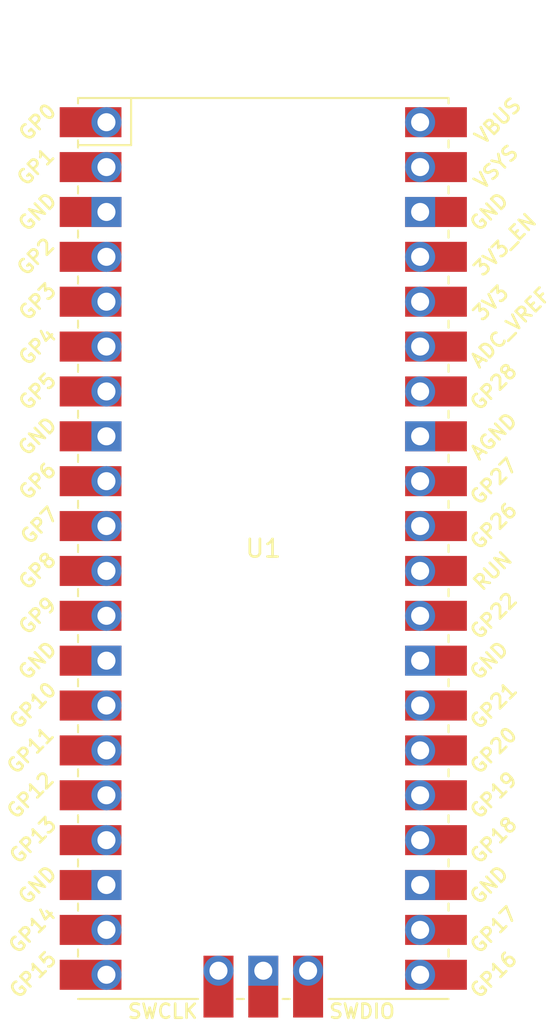
<source format=kicad_pcb>
(kicad_pcb (version 20211014) (generator pcbnew)
  (layers (0 "F.Cu" signal) (31 "B.Cu" signal) (34 "B.Paste" user) (35 "F.Paste" user) (36 "B.SilkS" user "B.Silkscreen") (37 "F.SilkS" user "F.Silkscreen") (38 "B.Mask" user) (39 "F.Mask" user) (44 "Edge.Cuts" user))
  (net 0 "")
  (net 3 "GND")
  (net 6 "CS")
  (net 7 "CLK")
  (net 8 "MISO")
  (net 12 "MOSI")
  (footprint "RPi_Pico:RPi_Pico_SMD_TH" (layer "F.Cu") (at 86.36 88.9)
    (fp_text reference "U1" (at 0 0) (layer "F.SilkS"))
    (fp_text value "Pico")
    (fp_text user "GP13" (at -13.054 16.51 45) (layer "F.SilkS") (effects (font (size 0.8 0.8))))
    (fp_text user "GP12" (at -13.2 13.97 45) (layer "F.SilkS") (effects (font (size 0.8 0.8))))
    (fp_text user "GP16" (at 13.054 24.13 45) (layer "F.SilkS") (effects (font (size 0.8 0.8))))
    (fp_text user "GP22" (at 13.054 3.81 45) (layer "F.SilkS") (effects (font (size 0.8 0.8))))
    (fp_text user "SWDIO" (at 5.6 26.2) (layer "F.SilkS") (effects (font (size 0.8 0.8))))
    (fp_text user "GP8" (at -12.8 1.27 45) (layer "F.SilkS") (effects (font (size 0.8 0.8))))
    (fp_text user "3V3_EN" (at 13.7 -17.2 45) (layer "F.SilkS") (effects (font (size 0.8 0.8))))
    (fp_text user "GND" (at -12.8 -6.35 45) (layer "F.SilkS") (effects (font (size 0.8 0.8))))
    (fp_text user "SWCLK" (at -5.7 26.2) (layer "F.SilkS") (effects (font (size 0.8 0.8))))
    (fp_text user "GP7" (at -12.7 -1.3 45) (layer "F.SilkS") (effects (font (size 0.8 0.8))))
    (fp_text user "3V3" (at 12.9 -13.9 45) (layer "F.SilkS") (effects (font (size 0.8 0.8))))
    (fp_text user "AGND" (at 13.054 -6.35 45) (layer "F.SilkS") (effects (font (size 0.8 0.8))))
    (fp_text user "GND" (at 12.8 -19.05 45) (layer "F.SilkS") (effects (font (size 0.8 0.8))))
    (fp_text user "GP19" (at 13.054 13.97 45) (layer "F.SilkS") (effects (font (size 0.8 0.8))))
    (fp_text user "GP17" (at 13.054 21.59 45) (layer "F.SilkS") (effects (font (size 0.8 0.8))))
    (fp_text user "RUN" (at 13 1.27 45) (layer "F.SilkS") (effects (font (size 0.8 0.8))))
    (fp_text user "GP4" (at -12.8 -11.43 45) (layer "F.SilkS") (effects (font (size 0.8 0.8))))
    (fp_text user "GND" (at 12.8 19.05 45) (layer "F.SilkS") (effects (font (size 0.8 0.8))))
    (fp_text user "GND" (at -12.8 19.05 45) (layer "F.SilkS") (effects (font (size 0.8 0.8))))
    (fp_text user "GP3" (at -12.8 -13.97 45) (layer "F.SilkS") (effects (font (size 0.8 0.8))))
    (fp_text user "GP10" (at -13.054 8.89 45) (layer "F.SilkS") (effects (font (size 0.8 0.8))))
    (fp_text user "GND" (at -12.8 -19.05 45) (layer "F.SilkS") (effects (font (size 0.8 0.8))))
    (fp_text user "GP1" (at -12.9 -21.6 45) (layer "F.SilkS") (effects (font (size 0.8 0.8))))
    (fp_text user "GP20" (at 13.054 11.43 45) (layer "F.SilkS") (effects (font (size 0.8 0.8))))
    (fp_text user "GP18" (at 13.054 16.51 45) (layer "F.SilkS") (effects (font (size 0.8 0.8))))
    (fp_text user "GP2" (at -12.9 -16.51 45) (layer "F.SilkS") (effects (font (size 0.8 0.8))))
    (fp_text user "GP11" (at -13.2 11.43 45) (layer "F.SilkS") (effects (font (size 0.8 0.8))))
    (fp_text user "GP27" (at 13.054 -3.8 45) (layer "F.SilkS") (effects (font (size 0.8 0.8))))
    (fp_text user "GP15" (at -13.054 24.13 45) (layer "F.SilkS") (effects (font (size 0.8 0.8))))
    (fp_text user "GP21" (at 13.054 8.9 45) (layer "F.SilkS") (effects (font (size 0.8 0.8))))
    (fp_text user "VSYS" (at 13.2 -21.59 45) (layer "F.SilkS") (effects (font (size 0.8 0.8))))
    (fp_text user "GP26" (at 13.054 -1.27 45) (layer "F.SilkS") (effects (font (size 0.8 0.8))))
    (fp_text user "GP6" (at -12.8 -3.81 45) (layer "F.SilkS") (effects (font (size 0.8 0.8))))
    (fp_text user "GP14" (at -13.1 21.59 45) (layer "F.SilkS") (effects (font (size 0.8 0.8))))
    (fp_text user "GP0" (at -12.8 -24.13 45) (layer "F.SilkS") (effects (font (size 0.8 0.8))))
    (fp_text user "GP9" (at -12.8 3.81 45) (layer "F.SilkS") (effects (font (size 0.8 0.8))))
    (fp_text user "GP5" (at -12.8 -8.89 45) (layer "F.SilkS") (effects (font (size 0.8 0.8))))
    (fp_text user "VBUS" (at 13.3 -24.2 45) (layer "F.SilkS") (effects (font (size 0.8 0.8))))
    (fp_text user "GP28" (at 13.054 -9.144 45) (layer "F.SilkS") (effects (font (size 0.8 0.8))))
    (fp_text user "ADC_VREF" (at 14 -12.5 45) (layer "F.SilkS") (effects (font (size 0.8 0.8))))
    (fp_text user "GND" (at 12.8 6.35 45) (layer "F.SilkS") (effects (font (size 0.8 0.8))))
    (fp_text user "GND" (at -12.8 6.35 45) (layer "F.SilkS") (effects (font (size 0.8 0.8))))
    (fp_line (start -10.5 -0.2) (end -10.5 0.2) (layer "F.SilkS") (width 0.12))
    (fp_line (start 10.5 20.1) (end 10.5 20.5) (layer "F.SilkS") (width 0.12))
    (fp_line (start 10.5 -12.9) (end 10.5 -12.5) (layer "F.SilkS") (width 0.12))
    (fp_line (start 10.5 -23.1) (end 10.5 -22.7) (layer "F.SilkS") (width 0.12))
    (fp_line (start -10.5 7.4) (end -10.5 7.8) (layer "F.SilkS") (width 0.12))
    (fp_line (start -10.5 10) (end -10.5 10.4) (layer "F.SilkS") (width 0.12))
    (fp_line (start -10.5 -22.833) (end -7.493 -22.833) (layer "F.SilkS") (width 0.12))
    (fp_line (start 10.5 12.5) (end 10.5 12.9) (layer "F.SilkS") (width 0.12))
    (fp_line (start -10.5 -25.5) (end -10.5 -25.2) (layer "F.SilkS") (width 0.12))
    (fp_line (start -10.5 20.1) (end -10.5 20.5) (layer "F.SilkS") (width 0.12))
    (fp_line (start -10.5 -12.9) (end -10.5 -12.5) (layer "F.SilkS") (width 0.12))
    (fp_line (start -10.5 15.1) (end -10.5 15.5) (layer "F.SilkS") (width 0.12))
    (fp_line (start 10.5 -18) (end 10.5 -17.6) (layer "F.SilkS") (width 0.12))
    (fp_line (start 10.5 -2.7) (end 10.5 -2.3) (layer "F.SilkS") (width 0.12))
    (fp_line (start -7.493 -22.833) (end -7.493 -25.5) (layer "F.SilkS") (width 0.12))
    (fp_line (start -10.5 -10.4) (end -10.5 -10) (layer "F.SilkS") (width 0.12))
    (fp_line (start -10.5 -23.1) (end -10.5 -22.7) (layer "F.SilkS") (width 0.12))
    (fp_line (start 10.5 15.1) (end 10.5 15.5) (layer "F.SilkS") (width 0.12))
    (fp_line (start -1.5 25.5) (end -1.1 25.5) (layer "F.SilkS") (width 0.12))
    (fp_line (start -10.5 12.5) (end -10.5 12.9) (layer "F.SilkS") (width 0.12))
    (fp_line (start 10.5 -15.4) (end 10.5 -15) (layer "F.SilkS") (width 0.12))
    (fp_line (start -10.5 -2.7) (end -10.5 -2.3) (layer "F.SilkS") (width 0.12))
    (fp_line (start -10.5 4.9) (end -10.5 5.3) (layer "F.SilkS") (width 0.12))
    (fp_line (start 10.5 4.9) (end 10.5 5.3) (layer "F.SilkS") (width 0.12))
    (fp_line (start 10.5 -5.3) (end 10.5 -4.9) (layer "F.SilkS") (width 0.12))
    (fp_line (start -10.5 -7.8) (end -10.5 -7.4) (layer "F.SilkS") (width 0.12))
    (fp_line (start -10.5 17.6) (end -10.5 18) (layer "F.SilkS") (width 0.12))
    (fp_line (start 10.5 2.3) (end 10.5 2.7) (layer "F.SilkS") (width 0.12))
    (fp_line (start -10.5 -18) (end -10.5 -17.6) (layer "F.SilkS") (width 0.12))
    (fp_line (start -10.5 22.7) (end -10.5 23.1) (layer "F.SilkS") (width 0.12))
    (fp_line (start -10.5 -25.5) (end 10.5 -25.5) (layer "F.SilkS") (width 0.12))
    (fp_line (start 10.5 -7.8) (end 10.5 -7.4) (layer "F.SilkS") (width 0.12))
    (fp_line (start -10.5 -5.3) (end -10.5 -4.9) (layer "F.SilkS") (width 0.12))
    (fp_line (start -10.5 2.3) (end -10.5 2.7) (layer "F.SilkS") (width 0.12))
    (fp_line (start 10.5 7.4) (end 10.5 7.8) (layer "F.SilkS") (width 0.12))
    (fp_line (start 10.5 10) (end 10.5 10.4) (layer "F.SilkS") (width 0.12))
    (fp_line (start 10.5 17.6) (end 10.5 18) (layer "F.SilkS") (width 0.12))
    (fp_line (start -10.5 -15.4) (end -10.5 -15) (layer "F.SilkS") (width 0.12))
    (fp_line (start 1.1 25.5) (end 1.5 25.5) (layer "F.SilkS") (width 0.12))
    (fp_line (start -10.5 -20.5) (end -10.5 -20.1) (layer "F.SilkS") (width 0.12))
    (fp_line (start 10.5 -10.4) (end 10.5 -10) (layer "F.SilkS") (width 0.12))
    (fp_line (start 10.5 -0.2) (end 10.5 0.2) (layer "F.SilkS") (width 0.12))
    (fp_line (start 10.5 25.5) (end 3.7 25.5) (layer "F.SilkS") (width 0.12))
    (fp_line (start 10.5 -20.5) (end 10.5 -20.1) (layer "F.SilkS") (width 0.12))
    (fp_line (start -3.7 25.5) (end -10.5 25.5) (layer "F.SilkS") (width 0.12))
    (fp_line (start 10.5 -25.5) (end 10.5 -25.2) (layer "F.SilkS") (width 0.12))
    (fp_line (start 10.5 22.7) (end 10.5 23.1) (layer "F.SilkS") (width 0.12))
    (pad "" np_thru_hole oval (at -2.725 -24) (size 1.8 1.8) (drill 1.8) (layers *.Cu *.Mask))
    (pad "" np_thru_hole oval (at -2.425 -20.97) (size 1.5 1.5) (drill 1.5) (layers *.Cu *.Mask))
    (pad "" np_thru_hole oval (at 2.425 -20.97) (size 1.5 1.5) (drill 1.5) (layers *.Cu *.Mask))
    (pad "" np_thru_hole oval (at 2.725 -24) (size 1.8 1.8) (drill 1.8) (layers *.Cu *.Mask))
    (pad "1" thru_hole oval (at -8.89 -24.13) (size 1.7 1.7) (drill 1.02) (layers *.Cu *.Mask))
    (pad "1" smd rect (at -8.89 -24.13) (size 3.5 1.7) (drill (offset -0.9 0)) (layers "F.Cu" "F.Mask"))
    (pad "2" smd rect (at -8.89 -21.59) (size 3.5 1.7) (drill (offset -0.9 0)) (layers "F.Cu" "F.Mask"))
    (pad "2" thru_hole oval (at -8.89 -21.59) (size 1.7 1.7) (drill 1.02) (layers *.Cu *.Mask))
    (pad "3" thru_hole rect (at -8.89 -19.05) (size 1.7 1.7) (drill 1.02) (layers *.Cu *.Mask) (net 3 "GND"))
    (pad "3" smd rect (at -8.89 -19.05) (size 3.5 1.7) (drill (offset -0.9 0)) (layers "F.Cu" "F.Mask") (net 3 "GND"))
    (pad "4" thru_hole oval (at -8.89 -16.51) (size 1.7 1.7) (drill 1.02) (layers *.Cu *.Mask))
    (pad "4" smd rect (at -8.89 -16.51) (size 3.5 1.7) (drill (offset -0.9 0)) (layers "F.Cu" "F.Mask"))
    (pad "5" smd rect (at -8.89 -13.97) (size 3.5 1.7) (drill (offset -0.9 0)) (layers "F.Cu" "F.Mask"))
    (pad "5" thru_hole oval (at -8.89 -13.97) (size 1.7 1.7) (drill 1.02) (layers *.Cu *.Mask))
    (pad "6" thru_hole oval (at -8.89 -11.43) (size 1.7 1.7) (drill 1.02) (layers *.Cu *.Mask) (net 6 "CS"))
    (pad "6" smd rect (at -8.89 -11.43) (size 3.5 1.7) (drill (offset -0.9 0)) (layers "F.Cu" "F.Mask") (net 6 "CS"))
    (pad "7" thru_hole oval (at -8.89 -8.89) (size 1.7 1.7) (drill 1.02) (layers *.Cu *.Mask) (net 7 "CLK"))
    (pad "7" smd rect (at -8.89 -8.89) (size 3.5 1.7) (drill (offset -0.9 0)) (layers "F.Cu" "F.Mask") (net 7 "CLK"))
    (pad "8" smd rect (at -8.89 -6.35) (size 3.5 1.7) (drill (offset -0.9 0)) (layers "F.Cu" "F.Mask") (net 3 "GND"))
    (pad "8" thru_hole rect (at -8.89 -6.35) (size 1.7 1.7) (drill 1.02) (layers *.Cu *.Mask) (net 3 "GND"))
    (pad "9" thru_hole oval (at -8.89 -3.81) (size 1.7 1.7) (drill 1.02) (layers *.Cu *.Mask) (net 8 "MISO"))
    (pad "9" smd rect (at -8.89 -3.81) (size 3.5 1.7) (drill (offset -0.9 0)) (layers "F.Cu" "F.Mask") (net 8 "MISO"))
    (pad "10" thru_hole oval (at -8.89 -1.27) (size 1.7 1.7) (drill 1.02) (layers *.Cu *.Mask))
    (pad "10" smd rect (at -8.89 -1.27) (size 3.5 1.7) (drill (offset -0.9 0)) (layers "F.Cu" "F.Mask"))
    (pad "11" smd rect (at -8.89 1.27) (size 3.5 1.7) (drill (offset -0.9 0)) (layers "F.Cu" "F.Mask"))
    (pad "11" thru_hole oval (at -8.89 1.27) (size 1.7 1.7) (drill 1.02) (layers *.Cu *.Mask))
    (pad "12" thru_hole oval (at -8.89 3.81) (size 1.7 1.7) (drill 1.02) (layers *.Cu *.Mask))
    (pad "12" smd rect (at -8.89 3.81) (size 3.5 1.7) (drill (offset -0.9 0)) (layers "F.Cu" "F.Mask"))
    (pad "13" thru_hole rect (at -8.89 6.35) (size 1.7 1.7) (drill 1.02) (layers *.Cu *.Mask) (net 3 "GND"))
    (pad "13" smd rect (at -8.89 6.35) (size 3.5 1.7) (drill (offset -0.9 0)) (layers "F.Cu" "F.Mask") (net 3 "GND"))
    (pad "14" smd rect (at -8.89 8.89) (size 3.5 1.7) (drill (offset -0.9 0)) (layers "F.Cu" "F.Mask") (net 12 "MOSI"))
    (pad "14" thru_hole oval (at -8.89 8.89) (size 1.7 1.7) (drill 1.02) (layers *.Cu *.Mask) (net 12 "MOSI"))
    (pad "15" smd rect (at -8.89 11.43) (size 3.5 1.7) (drill (offset -0.9 0)) (layers "F.Cu" "F.Mask"))
    (pad "15" thru_hole oval (at -8.89 11.43) (size 1.7 1.7) (drill 1.02) (layers *.Cu *.Mask))
    (pad "16" thru_hole oval (at -8.89 13.97) (size 1.7 1.7) (drill 1.02) (layers *.Cu *.Mask))
    (pad "16" smd rect (at -8.89 13.97) (size 3.5 1.7) (drill (offset -0.9 0)) (layers "F.Cu" "F.Mask"))
    (pad "17" thru_hole oval (at -8.89 16.51) (size 1.7 1.7) (drill 1.02) (layers *.Cu *.Mask))
    (pad "17" smd rect (at -8.89 16.51) (size 3.5 1.7) (drill (offset -0.9 0)) (layers "F.Cu" "F.Mask"))
    (pad "18" smd rect (at -8.89 19.05) (size 3.5 1.7) (drill (offset -0.9 0)) (layers "F.Cu" "F.Mask") (net 3 "GND"))
    (pad "18" thru_hole rect (at -8.89 19.05) (size 1.7 1.7) (drill 1.02) (layers *.Cu *.Mask) (net 3 "GND"))
    (pad "19" smd rect (at -8.89 21.59) (size 3.5 1.7) (drill (offset -0.9 0)) (layers "F.Cu" "F.Mask"))
    (pad "19" thru_hole oval (at -8.89 21.59) (size 1.7 1.7) (drill 1.02) (layers *.Cu *.Mask))
    (pad "20" thru_hole oval (at -8.89 24.13) (size 1.7 1.7) (drill 1.02) (layers *.Cu *.Mask))
    (pad "20" smd rect (at -8.89 24.13) (size 3.5 1.7) (drill (offset -0.9 0)) (layers "F.Cu" "F.Mask"))
    (pad "21" thru_hole oval (at 8.89 24.13) (size 1.7 1.7) (drill 1.02) (layers *.Cu *.Mask))
    (pad "21" smd rect (at 8.89 24.13) (size 3.5 1.7) (drill (offset 0.9 0)) (layers "F.Cu" "F.Mask"))
    (pad "22" thru_hole oval (at 8.89 21.59) (size 1.7 1.7) (drill 1.02) (layers *.Cu *.Mask))
    (pad "22" smd rect (at 8.89 21.59) (size 3.5 1.7) (drill (offset 0.9 0)) (layers "F.Cu" "F.Mask"))
    (pad "23" thru_hole rect (at 8.89 19.05) (size 1.7 1.7) (drill 1.02) (layers *.Cu *.Mask) (net 3 "GND"))
    (pad "23" smd rect (at 8.89 19.05) (size 3.5 1.7) (drill (offset 0.9 0)) (layers "F.Cu" "F.Mask") (net 3 "GND"))
    (pad "24" thru_hole oval (at 8.89 16.51) (size 1.7 1.7) (drill 1.02) (layers *.Cu *.Mask))
    (pad "24" smd rect (at 8.89 16.51) (size 3.5 1.7) (drill (offset 0.9 0)) (layers "F.Cu" "F.Mask"))
    (pad "25" smd rect (at 8.89 13.97) (size 3.5 1.7) (drill (offset 0.9 0)) (layers "F.Cu" "F.Mask"))
    (pad "25" thru_hole oval (at 8.89 13.97) (size 1.7 1.7) (drill 1.02) (layers *.Cu *.Mask))
    (pad "26" thru_hole oval (at 8.89 11.43) (size 1.7 1.7) (drill 1.02) (layers *.Cu *.Mask))
    (pad "26" smd rect (at 8.89 11.43) (size 3.5 1.7) (drill (offset 0.9 0)) (layers "F.Cu" "F.Mask"))
    (pad "27" thru_hole oval (at 8.89 8.89) (size 1.7 1.7) (drill 1.02) (layers *.Cu *.Mask))
    (pad "27" smd rect (at 8.89 8.89) (size 3.5 1.7) (drill (offset 0.9 0)) (layers "F.Cu" "F.Mask"))
    (pad "28" smd rect (at 8.89 6.35) (size 3.5 1.7) (drill (offset 0.9 0)) (layers "F.Cu" "F.Mask") (net 3 "GND"))
    (pad "28" thru_hole rect (at 8.89 6.35) (size 1.7 1.7) (drill 1.02) (layers *.Cu *.Mask) (net 3 "GND"))
    (pad "29" thru_hole oval (at 8.89 3.81) (size 1.7 1.7) (drill 1.02) (layers *.Cu *.Mask))
    (pad "29" smd rect (at 8.89 3.81) (size 3.5 1.7) (drill (offset 0.9 0)) (layers "F.Cu" "F.Mask"))
    (pad "30" thru_hole oval (at 8.89 1.27) (size 1.7 1.7) (drill 1.02) (layers *.Cu *.Mask))
    (pad "30" smd rect (at 8.89 1.27) (size 3.5 1.7) (drill (offset 0.9 0)) (layers "F.Cu" "F.Mask"))
    (pad "31" thru_hole oval (at 8.89 -1.27) (size 1.7 1.7) (drill 1.02) (layers *.Cu *.Mask))
    (pad "31" smd rect (at 8.89 -1.27) (size 3.5 1.7) (drill (offset 0.9 0)) (layers "F.Cu" "F.Mask"))
    (pad "32" thru_hole oval (at 8.89 -3.81) (size 1.7 1.7) (drill 1.02) (layers *.Cu *.Mask))
    (pad "32" smd rect (at 8.89 -3.81) (size 3.5 1.7) (drill (offset 0.9 0)) (layers "F.Cu" "F.Mask"))
    (pad "33" smd rect (at 8.89 -6.35) (size 3.5 1.7) (drill (offset 0.9 0)) (layers "F.Cu" "F.Mask") (net 3 "GND"))
    (pad "33" thru_hole rect (at 8.89 -6.35) (size 1.7 1.7) (drill 1.02) (layers *.Cu *.Mask) (net 3 "GND"))
    (pad "34" thru_hole oval (at 8.89 -8.89) (size 1.7 1.7) (drill 1.02) (layers *.Cu *.Mask))
    (pad "34" smd rect (at 8.89 -8.89) (size 3.5 1.7) (drill (offset 0.9 0)) (layers "F.Cu" "F.Mask"))
    (pad "35" thru_hole oval (at 8.89 -11.43) (size 1.7 1.7) (drill 1.02) (layers *.Cu *.Mask))
    (pad "35" smd rect (at 8.89 -11.43) (size 3.5 1.7) (drill (offset 0.9 0)) (layers "F.Cu" "F.Mask"))
    (pad "36" smd rect (at 8.89 -13.97) (size 3.5 1.7) (drill (offset 0.9 0)) (layers "F.Cu" "F.Mask"))
    (pad "36" thru_hole oval (at 8.89 -13.97) (size 1.7 1.7) (drill 1.02) (layers *.Cu *.Mask))
    (pad "37" thru_hole oval (at 8.89 -16.51) (size 1.7 1.7) (drill 1.02) (layers *.Cu *.Mask))
    (pad "37" smd rect (at 8.89 -16.51) (size 3.5 1.7) (drill (offset 0.9 0)) (layers "F.Cu" "F.Mask"))
    (pad "38" smd rect (at 8.89 -19.05) (size 3.5 1.7) (drill (offset 0.9 0)) (layers "F.Cu" "F.Mask") (net 3 "GND"))
    (pad "38" thru_hole rect (at 8.89 -19.05) (size 1.7 1.7) (drill 1.02) (layers *.Cu *.Mask) (net 3 "GND"))
    (pad "39" thru_hole oval (at 8.89 -21.59) (size 1.7 1.7) (drill 1.02) (layers *.Cu *.Mask))
    (pad "39" smd rect (at 8.89 -21.59) (size 3.5 1.7) (drill (offset 0.9 0)) (layers "F.Cu" "F.Mask"))
    (pad "40" thru_hole oval (at 8.89 -24.13) (size 1.7 1.7) (drill 1.02) (layers *.Cu *.Mask))
    (pad "40" smd rect (at 8.89 -24.13) (size 3.5 1.7) (drill (offset 0.9 0)) (layers "F.Cu" "F.Mask"))
    (pad "41" thru_hole oval (at -2.54 23.9) (size 1.7 1.7) (drill 1.02) (layers *.Cu *.Mask))
    (pad "41" smd rect (at -2.54 23.9 90) (size 3.5 1.7) (drill (offset -0.9 0)) (layers "F.Cu" "F.Mask"))
    (pad "42" thru_hole rect (at 0 23.9) (size 1.7 1.7) (drill 1.02) (layers *.Cu *.Mask) (net 3 "GND"))
    (pad "42" smd rect (at 0 23.9 90) (size 3.5 1.7) (drill (offset -0.9 0)) (layers "F.Cu" "F.Mask") (net 3 "GND"))
    (pad "43" smd rect (at 2.54 23.9 90) (size 3.5 1.7) (drill (offset -0.9 0)) (layers "F.Cu" "F.Mask"))
    (pad "43" thru_hole oval (at 2.54 23.9) (size 1.7 1.7) (drill 1.02) (layers *.Cu *.Mask))
  )
)
</source>
